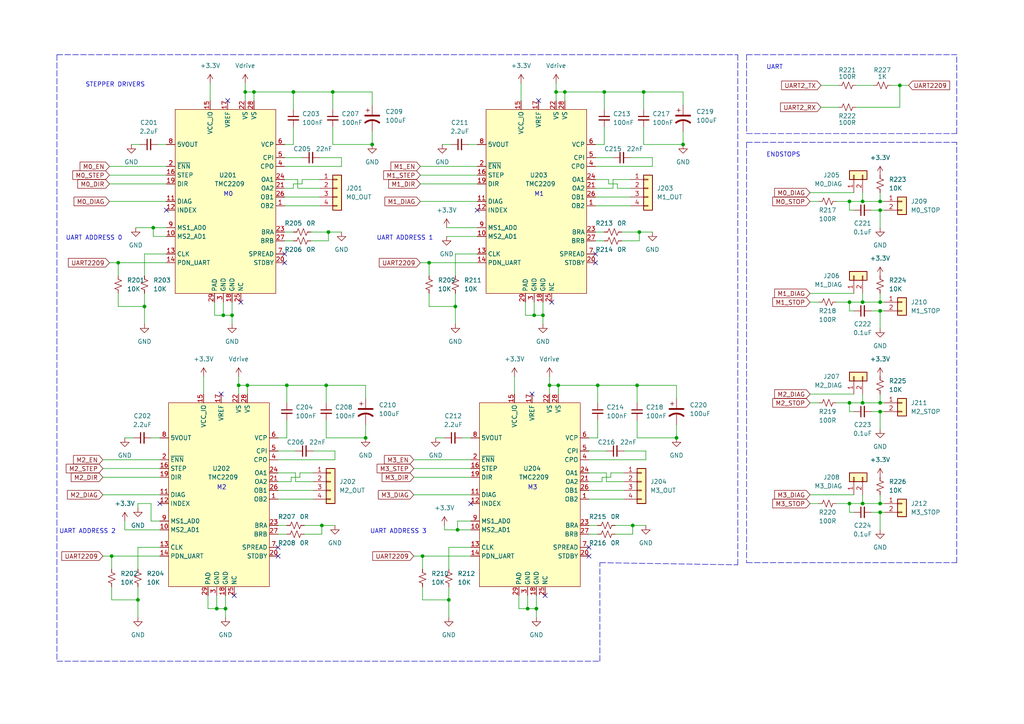
<source format=kicad_sch>
(kicad_sch (version 20211123) (generator eeschema)
  (paper "A4")
  (title_block (title "stepper driver interface") (date "2023-02-16") (rev "1.0") (company "matei repair lab"))
  (junction (at 255.27 90.17))
  (junction (at 122.555 161.29))
  (junction (at 196.215 127))
  (junction (at 159.385 111.76))
  (junction (at 132.08 88.9))
  (junction (at 71.12 26.67))
  (junction (at 161.925 111.76))
  (junction (at 132.715 153.67))
  (junction (at 260.985 24.765))
  (junction (at 246.38 58.42))
  (junction (at 154.94 91.44))
  (junction (at 173.355 111.76))
  (junction (at 184.785 111.76))
  (junction (at 40.005 173.99))
  (junction (at 183.515 152.4))
  (junction (at 198.12 41.91))
  (junction (at 255.27 58.42))
  (junction (at 155.575 176.53))
  (junction (at 64.77 91.44))
  (junction (at 186.69 26.67))
  (junction (at 65.405 176.53))
  (junction (at 185.42 67.31))
  (junction (at 32.385 161.29))
  (junction (at 163.83 26.67))
  (junction (at 250.19 116.84))
  (junction (at 106.045 127))
  (junction (at 107.95 41.91))
  (junction (at 41.91 88.9))
  (junction (at 161.29 26.67))
  (junction (at 255.27 119.38))
  (junction (at 255.27 116.84))
  (junction (at 69.215 111.76))
  (junction (at 246.38 87.63))
  (junction (at 94.615 111.76))
  (junction (at 93.345 152.4))
  (junction (at 95.25 67.31))
  (junction (at 255.27 60.96))
  (junction (at 34.29 76.2))
  (junction (at 124.46 76.2))
  (junction (at 153.035 176.53))
  (junction (at 255.27 146.05))
  (junction (at 44.45 66.04))
  (junction (at 157.48 91.44))
  (junction (at 83.185 111.76))
  (junction (at 255.27 148.59))
  (junction (at 250.19 146.05))
  (junction (at 130.175 173.99))
  (junction (at 246.38 146.05))
  (junction (at 62.865 176.53))
  (junction (at 71.755 111.76))
  (junction (at 85.09 26.67))
  (junction (at 96.52 26.67))
  (junction (at 250.19 87.63))
  (junction (at 255.27 87.63))
  (junction (at 250.19 58.42))
  (junction (at 246.38 116.84))
  (junction (at 67.31 91.44))
  (junction (at 73.66 26.67))
  (junction (at 175.26 26.67))
  (no_connect (at 158.115 172.72))
  (no_connect (at 138.43 60.96))
  (no_connect (at 160.02 87.63))
  (no_connect (at 66.04 29.21))
  (no_connect (at 172.72 73.66))
  (no_connect (at 80.645 161.29))
  (no_connect (at 80.645 158.75))
  (no_connect (at 154.305 114.3))
  (no_connect (at 67.945 172.72))
  (no_connect (at 48.26 60.96))
  (no_connect (at 170.815 161.29))
  (no_connect (at 82.55 76.2))
  (no_connect (at 46.355 146.05))
  (no_connect (at 136.525 146.05))
  (no_connect (at 172.72 76.2))
  (no_connect (at 69.85 87.63))
  (no_connect (at 170.815 158.75))
  (no_connect (at 64.135 114.3))
  (no_connect (at 82.55 73.66))
  (no_connect (at 156.21 29.21))
  (wire (pts (xy 86.36 54.61) (xy 92.71 54.61)))
  (wire (pts (xy 65.405 176.53) (xy 65.405 172.72)))
  (wire (pts (xy 69.215 109.22) (xy 69.215 111.76)))
  (wire (pts (xy 255.27 116.84) (xy 256.54 116.84)))
  (wire (pts (xy 65.405 176.53) (xy 65.405 179.07)))
  (wire (pts (xy 256.54 60.96) (xy 255.27 60.96)))
  (wire (pts (xy 170.815 142.24) (xy 180.975 142.24)))
  (wire (pts (xy 152.4 91.44) (xy 154.94 91.44)))
  (wire (pts (xy 172.72 54.61) (xy 177.8 54.61)))
  (wire (pts (xy 122.555 170.18) (xy 122.555 173.99)))
  (wire (pts (xy 96.52 26.67) (xy 96.52 31.75)))
  (wire (pts (xy 173.355 111.76) (xy 184.785 111.76)))
  (wire (pts (xy 62.23 87.63) (xy 62.23 91.44)))
  (wire (pts (xy 196.215 123.19) (xy 196.215 127)))
  (wire (pts (xy 73.66 29.21) (xy 73.66 26.67)))
  (wire (pts (xy 107.95 26.67) (xy 107.95 30.48)))
  (wire (pts (xy 48.26 73.66) (xy 41.91 73.66)))
  (wire (pts (xy 80.645 144.78) (xy 90.805 144.78)))
  (wire (pts (xy 173.355 111.76) (xy 161.925 111.76)))
  (wire (pts (xy 31.75 76.2) (xy 34.29 76.2)))
  (wire (pts (xy 180.34 67.31) (xy 185.42 67.31)))
  (wire (pts (xy 174.625 139.7) (xy 174.625 138.43)))
  (wire (pts (xy 255.27 119.38) (xy 255.27 124.46)))
  (wire (pts (xy 87.63 53.34) (xy 87.63 52.07)))
  (wire (pts (xy 39.37 66.04) (xy 44.45 66.04)))
  (wire (pts (xy 31.75 48.26) (xy 48.26 48.26)))
  (wire (pts (xy 32.385 170.18) (xy 32.385 173.99)))
  (wire (pts (xy 80.645 154.94) (xy 83.185 154.94)))
  (wire (pts (xy 248.285 24.765) (xy 253.365 24.765)))
  (polyline (pts (xy 16.51 15.875) (xy 16.51 191.77)))
  (wire (pts (xy 250.19 146.05) (xy 255.27 146.05)))
  (polyline (pts (xy 213.995 163.83) (xy 213.995 15.875)))
  (polyline (pts (xy 216.535 15.875) (xy 277.495 15.875)))
  (wire (pts (xy 31.75 53.34) (xy 48.26 53.34)))
  (wire (pts (xy 132.08 73.66) (xy 132.08 80.01)))
  (wire (pts (xy 82.55 57.15) (xy 92.71 57.15)))
  (wire (pts (xy 153.035 176.53) (xy 155.575 176.53)))
  (wire (pts (xy 83.185 111.76) (xy 94.615 111.76)))
  (wire (pts (xy 136.525 151.13) (xy 132.715 151.13)))
  (wire (pts (xy 128.905 152.4) (xy 128.905 153.67)))
  (polyline (pts (xy 277.495 163.195) (xy 277.495 41.275)))
  (wire (pts (xy 64.77 87.63) (xy 64.77 91.44)))
  (wire (pts (xy 255.27 143.51) (xy 255.27 146.05)))
  (wire (pts (xy 256.54 119.38) (xy 255.27 119.38)))
  (wire (pts (xy 86.995 137.16) (xy 90.805 137.16)))
  (wire (pts (xy 85.725 139.7) (xy 90.805 139.7)))
  (wire (pts (xy 106.045 127) (xy 94.615 127)))
  (wire (pts (xy 138.43 73.66) (xy 132.08 73.66)))
  (wire (pts (xy 180.975 130.81) (xy 187.325 130.81)))
  (wire (pts (xy 242.57 87.63) (xy 246.38 87.63)))
  (wire (pts (xy 260.985 31.115) (xy 260.985 24.765)))
  (wire (pts (xy 172.72 57.15) (xy 182.88 57.15)))
  (polyline (pts (xy 216.535 38.735) (xy 277.495 38.735)))
  (wire (pts (xy 234.95 85.09) (xy 247.65 85.09)))
  (wire (pts (xy 163.83 26.67) (xy 161.29 26.67)))
  (wire (pts (xy 170.815 144.78) (xy 180.975 144.78)))
  (wire (pts (xy 85.09 54.61) (xy 85.09 53.34)))
  (wire (pts (xy 29.845 135.89) (xy 46.355 135.89)))
  (wire (pts (xy 90.17 69.85) (xy 95.25 69.85)))
  (wire (pts (xy 97.155 130.81) (xy 97.155 133.35)))
  (wire (pts (xy 175.26 31.75) (xy 175.26 26.67)))
  (wire (pts (xy 40.005 173.99) (xy 40.005 179.07)))
  (wire (pts (xy 80.645 152.4) (xy 83.185 152.4)))
  (wire (pts (xy 234.95 114.3) (xy 247.65 114.3)))
  (polyline (pts (xy 216.535 163.195) (xy 277.495 163.195)))
  (wire (pts (xy 85.09 53.34) (xy 87.63 53.34)))
  (wire (pts (xy 85.09 26.67) (xy 96.52 26.67)))
  (wire (pts (xy 107.95 41.91) (xy 96.52 41.91)))
  (wire (pts (xy 44.45 66.04) (xy 48.26 66.04)))
  (wire (pts (xy 73.66 26.67) (xy 71.12 26.67)))
  (wire (pts (xy 43.815 146.05) (xy 40.005 146.05)))
  (wire (pts (xy 175.26 26.67) (xy 163.83 26.67)))
  (wire (pts (xy 186.69 26.67) (xy 198.12 26.67)))
  (wire (pts (xy 234.95 143.51) (xy 247.65 143.51)))
  (wire (pts (xy 80.645 142.24) (xy 90.805 142.24)))
  (wire (pts (xy 252.73 148.59) (xy 255.27 148.59)))
  (wire (pts (xy 172.72 67.31) (xy 175.26 67.31)))
  (wire (pts (xy 173.355 127) (xy 173.355 121.92)))
  (wire (pts (xy 80.645 139.7) (xy 84.455 139.7)))
  (wire (pts (xy 255.27 146.05) (xy 256.54 146.05)))
  (wire (pts (xy 157.48 91.44) (xy 157.48 87.63)))
  (wire (pts (xy 184.785 121.92) (xy 184.785 127)))
  (wire (pts (xy 175.895 139.7) (xy 180.975 139.7)))
  (wire (pts (xy 82.55 52.07) (xy 86.36 52.07)))
  (wire (pts (xy 84.455 138.43) (xy 86.995 138.43)))
  (wire (pts (xy 121.92 53.34) (xy 138.43 53.34)))
  (wire (pts (xy 130.175 158.75) (xy 130.175 165.1)))
  (wire (pts (xy 43.815 151.13) (xy 43.815 146.05)))
  (wire (pts (xy 183.515 152.4) (xy 187.325 152.4)))
  (wire (pts (xy 246.38 90.17) (xy 246.38 87.63)))
  (wire (pts (xy 175.895 137.16) (xy 175.895 139.7)))
  (wire (pts (xy 94.615 121.92) (xy 94.615 127)))
  (wire (pts (xy 256.54 148.59) (xy 255.27 148.59)))
  (wire (pts (xy 159.385 109.22) (xy 159.385 111.76)))
  (wire (pts (xy 106.045 111.76) (xy 106.045 115.57)))
  (wire (pts (xy 46.355 151.13) (xy 43.815 151.13)))
  (wire (pts (xy 247.65 148.59) (xy 246.38 148.59)))
  (wire (pts (xy 86.995 138.43) (xy 86.995 137.16)))
  (wire (pts (xy 129.54 68.58) (xy 138.43 68.58)))
  (wire (pts (xy 97.155 133.35) (xy 80.645 133.35)))
  (polyline (pts (xy 16.51 15.875) (xy 213.995 15.875)))
  (wire (pts (xy 172.72 52.07) (xy 176.53 52.07)))
  (wire (pts (xy 163.83 29.21) (xy 163.83 26.67)))
  (wire (pts (xy 71.12 26.67) (xy 71.12 29.21)))
  (wire (pts (xy 198.12 26.67) (xy 198.12 30.48)))
  (wire (pts (xy 120.015 133.35) (xy 136.525 133.35)))
  (wire (pts (xy 92.71 45.72) (xy 99.06 45.72)))
  (polyline (pts (xy 16.51 191.77) (xy 173.99 191.77)))
  (wire (pts (xy 246.38 146.05) (xy 250.19 146.05)))
  (wire (pts (xy 41.91 88.9) (xy 41.91 93.98)))
  (wire (pts (xy 246.38 148.59) (xy 246.38 146.05)))
  (polyline (pts (xy 173.99 163.195) (xy 213.995 163.83)))
  (wire (pts (xy 132.715 151.13) (xy 132.715 153.67)))
  (wire (pts (xy 69.215 111.76) (xy 69.215 114.3)))
  (wire (pts (xy 132.715 153.67) (xy 136.525 153.67)))
  (wire (pts (xy 36.195 153.67) (xy 46.355 153.67)))
  (wire (pts (xy 121.92 58.42) (xy 138.43 58.42)))
  (wire (pts (xy 151.13 24.13) (xy 151.13 29.21)))
  (wire (pts (xy 86.36 52.07) (xy 86.36 54.61)))
  (wire (pts (xy 250.19 143.51) (xy 250.19 146.05)))
  (wire (pts (xy 38.1 41.91) (xy 40.64 41.91)))
  (wire (pts (xy 170.815 152.4) (xy 173.355 152.4)))
  (wire (pts (xy 252.73 90.17) (xy 255.27 90.17)))
  (wire (pts (xy 184.785 111.76) (xy 196.215 111.76)))
  (wire (pts (xy 184.785 111.76) (xy 184.785 116.84)))
  (wire (pts (xy 252.73 60.96) (xy 255.27 60.96)))
  (wire (pts (xy 170.815 130.81) (xy 175.895 130.81)))
  (wire (pts (xy 67.31 91.44) (xy 67.31 87.63)))
  (wire (pts (xy 106.045 123.19) (xy 106.045 127)))
  (wire (pts (xy 183.515 154.94) (xy 183.515 152.4)))
  (wire (pts (xy 83.185 116.84) (xy 83.185 111.76)))
  (wire (pts (xy 255.27 90.17) (xy 255.27 95.25)))
  (wire (pts (xy 187.325 130.81) (xy 187.325 133.35)))
  (wire (pts (xy 130.175 173.99) (xy 130.175 179.07)))
  (wire (pts (xy 46.355 158.75) (xy 40.005 158.75)))
  (wire (pts (xy 185.42 69.85) (xy 185.42 67.31)))
  (wire (pts (xy 255.27 60.96) (xy 255.27 66.04)))
  (wire (pts (xy 62.23 91.44) (xy 64.77 91.44)))
  (wire (pts (xy 255.27 58.42) (xy 256.54 58.42)))
  (wire (pts (xy 95.25 69.85) (xy 95.25 67.31)))
  (wire (pts (xy 161.29 26.67) (xy 161.29 29.21)))
  (wire (pts (xy 60.325 176.53) (xy 62.865 176.53)))
  (wire (pts (xy 255.27 87.63) (xy 256.54 87.63)))
  (wire (pts (xy 242.57 58.42) (xy 246.38 58.42)))
  (wire (pts (xy 120.015 138.43) (xy 136.525 138.43)))
  (wire (pts (xy 124.46 85.09) (xy 124.46 88.9)))
  (wire (pts (xy 189.23 48.26) (xy 172.72 48.26)))
  (wire (pts (xy 170.815 137.16) (xy 175.895 137.16)))
  (wire (pts (xy 177.165 138.43) (xy 177.165 137.16)))
  (wire (pts (xy 36.195 127) (xy 38.735 127)))
  (wire (pts (xy 93.345 154.94) (xy 93.345 152.4)))
  (wire (pts (xy 172.72 41.91) (xy 175.26 41.91)))
  (wire (pts (xy 250.19 85.09) (xy 250.19 87.63)))
  (wire (pts (xy 64.77 91.44) (xy 67.31 91.44)))
  (polyline (pts (xy 277.495 38.735) (xy 277.495 15.875)))
  (wire (pts (xy 128.27 41.91) (xy 130.81 41.91)))
  (wire (pts (xy 62.865 176.53) (xy 65.405 176.53)))
  (wire (pts (xy 133.985 127) (xy 136.525 127)))
  (wire (pts (xy 178.435 152.4) (xy 183.515 152.4)))
  (wire (pts (xy 196.215 111.76) (xy 196.215 115.57)))
  (wire (pts (xy 29.845 161.29) (xy 32.385 161.29)))
  (wire (pts (xy 82.55 41.91) (xy 85.09 41.91)))
  (wire (pts (xy 29.845 138.43) (xy 46.355 138.43)))
  (wire (pts (xy 121.92 76.2) (xy 124.46 76.2)))
  (wire (pts (xy 95.25 67.31) (xy 99.06 67.31)))
  (wire (pts (xy 246.38 87.63) (xy 250.19 87.63)))
  (wire (pts (xy 182.88 45.72) (xy 189.23 45.72)))
  (wire (pts (xy 189.23 45.72) (xy 189.23 48.26)))
  (wire (pts (xy 132.08 85.09) (xy 132.08 88.9)))
  (wire (pts (xy 242.57 116.84) (xy 246.38 116.84)))
  (wire (pts (xy 80.645 130.81) (xy 85.725 130.81)))
  (wire (pts (xy 82.55 54.61) (xy 85.09 54.61)))
  (wire (pts (xy 60.96 24.13) (xy 60.96 29.21)))
  (wire (pts (xy 124.46 88.9) (xy 132.08 88.9)))
  (wire (pts (xy 255.27 55.88) (xy 255.27 58.42)))
  (wire (pts (xy 198.12 38.1) (xy 198.12 41.91)))
  (wire (pts (xy 246.38 60.96) (xy 246.38 58.42)))
  (wire (pts (xy 84.455 139.7) (xy 84.455 138.43)))
  (wire (pts (xy 178.435 154.94) (xy 183.515 154.94)))
  (wire (pts (xy 155.575 176.53) (xy 155.575 172.72)))
  (wire (pts (xy 32.385 173.99) (xy 40.005 173.99)))
  (wire (pts (xy 99.06 45.72) (xy 99.06 48.26)))
  (wire (pts (xy 175.26 26.67) (xy 186.69 26.67)))
  (wire (pts (xy 176.53 52.07) (xy 176.53 53.34)))
  (wire (pts (xy 34.29 88.9) (xy 41.91 88.9)))
  (wire (pts (xy 252.73 119.38) (xy 255.27 119.38)))
  (wire (pts (xy 234.95 87.63) (xy 237.49 87.63)))
  (wire (pts (xy 180.34 69.85) (xy 185.42 69.85)))
  (wire (pts (xy 129.54 66.04) (xy 138.43 66.04)))
  (wire (pts (xy 87.63 52.07) (xy 92.71 52.07)))
  (wire (pts (xy 41.91 73.66) (xy 41.91 80.01)))
  (wire (pts (xy 172.72 59.69) (xy 182.88 59.69)))
  (wire (pts (xy 83.185 111.76) (xy 71.755 111.76)))
  (wire (pts (xy 85.09 41.91) (xy 85.09 36.83)))
  (wire (pts (xy 132.715 153.67) (xy 128.905 153.67)))
  (wire (pts (xy 175.26 41.91) (xy 175.26 36.83)))
  (wire (pts (xy 29.845 143.51) (xy 46.355 143.51)))
  (wire (pts (xy 85.725 137.16) (xy 85.725 139.7)))
  (polyline (pts (xy 216.535 41.275) (xy 216.535 163.195)))
  (wire (pts (xy 80.645 127) (xy 83.185 127)))
  (wire (pts (xy 36.195 151.13) (xy 36.195 153.67)))
  (wire (pts (xy 186.69 36.83) (xy 186.69 41.91)))
  (wire (pts (xy 161.925 114.3) (xy 161.925 111.76)))
  (wire (pts (xy 85.09 31.75) (xy 85.09 26.67)))
  (wire (pts (xy 120.015 135.89) (xy 136.525 135.89)))
  (wire (pts (xy 247.65 60.96) (xy 246.38 60.96)))
  (wire (pts (xy 121.92 48.26) (xy 138.43 48.26)))
  (wire (pts (xy 255.27 148.59) (xy 255.27 153.67)))
  (wire (pts (xy 99.06 48.26) (xy 82.55 48.26)))
  (wire (pts (xy 40.005 146.05) (xy 40.005 147.32)))
  (wire (pts (xy 161.925 111.76) (xy 159.385 111.76)))
  (wire (pts (xy 71.12 24.13) (xy 71.12 26.67)))
  (wire (pts (xy 29.845 133.35) (xy 46.355 133.35)))
  (wire (pts (xy 126.365 127) (xy 128.905 127)))
  (wire (pts (xy 90.17 67.31) (xy 95.25 67.31)))
  (wire (pts (xy 31.75 50.8) (xy 48.26 50.8)))
  (wire (pts (xy 83.185 127) (xy 83.185 121.92)))
  (wire (pts (xy 34.29 76.2) (xy 48.26 76.2)))
  (wire (pts (xy 93.345 152.4) (xy 97.155 152.4)))
  (wire (pts (xy 234.95 58.42) (xy 237.49 58.42)))
  (wire (pts (xy 94.615 111.76) (xy 106.045 111.76)))
  (wire (pts (xy 135.89 41.91) (xy 138.43 41.91)))
  (wire (pts (xy 62.865 172.72) (xy 62.865 176.53)))
  (wire (pts (xy 250.19 58.42) (xy 255.27 58.42)))
  (wire (pts (xy 122.555 161.29) (xy 122.555 165.1)))
  (wire (pts (xy 85.09 26.67) (xy 73.66 26.67)))
  (wire (pts (xy 149.225 109.22) (xy 149.225 114.3)))
  (wire (pts (xy 196.215 127) (xy 184.785 127)))
  (wire (pts (xy 155.575 176.53) (xy 155.575 179.07)))
  (wire (pts (xy 177.8 52.07) (xy 182.88 52.07)))
  (wire (pts (xy 172.72 45.72) (xy 177.8 45.72)))
  (wire (pts (xy 121.92 50.8) (xy 138.43 50.8)))
  (wire (pts (xy 187.325 133.35) (xy 170.815 133.35)))
  (polyline (pts (xy 216.535 41.275) (xy 277.495 41.275)))
  (wire (pts (xy 250.19 87.63) (xy 255.27 87.63)))
  (wire (pts (xy 132.08 88.9) (xy 132.08 93.98)))
  (wire (pts (xy 96.52 36.83) (xy 96.52 41.91)))
  (wire (pts (xy 71.755 114.3) (xy 71.755 111.76)))
  (wire (pts (xy 82.55 59.69) (xy 92.71 59.69)))
  (wire (pts (xy 44.45 68.58) (xy 44.45 66.04)))
  (wire (pts (xy 260.985 24.765) (xy 263.525 24.765)))
  (wire (pts (xy 32.385 161.29) (xy 46.355 161.29)))
  (wire (pts (xy 234.95 55.88) (xy 247.65 55.88)))
  (wire (pts (xy 43.815 127) (xy 46.355 127)))
  (wire (pts (xy 32.385 161.29) (xy 32.385 165.1)))
  (wire (pts (xy 150.495 176.53) (xy 153.035 176.53)))
  (wire (pts (xy 186.69 26.67) (xy 186.69 31.75)))
  (wire (pts (xy 179.07 54.61) (xy 182.88 54.61)))
  (wire (pts (xy 234.95 146.05) (xy 237.49 146.05)))
  (wire (pts (xy 82.55 69.85) (xy 85.09 69.85)))
  (wire (pts (xy 234.95 116.84) (xy 237.49 116.84)))
  (wire (pts (xy 157.48 91.44) (xy 157.48 93.98)))
  (wire (pts (xy 250.19 114.3) (xy 250.19 116.84)))
  (wire (pts (xy 94.615 111.76) (xy 94.615 116.84)))
  (wire (pts (xy 238.125 31.115) (xy 243.205 31.115)))
  (wire (pts (xy 170.815 154.94) (xy 173.355 154.94)))
  (wire (pts (xy 154.94 87.63) (xy 154.94 91.44)))
  (wire (pts (xy 256.54 90.17) (xy 255.27 90.17)))
  (wire (pts (xy 153.035 172.72) (xy 153.035 176.53)))
  (wire (pts (xy 40.005 170.18) (xy 40.005 173.99)))
  (wire (pts (xy 170.815 127) (xy 173.355 127)))
  (wire (pts (xy 250.19 55.88) (xy 250.19 58.42)))
  (wire (pts (xy 124.46 76.2) (xy 138.43 76.2)))
  (wire (pts (xy 247.65 119.38) (xy 246.38 119.38)))
  (wire (pts (xy 173.355 116.84) (xy 173.355 111.76)))
  (polyline (pts (xy 216.535 15.875) (xy 216.535 38.735)))
  (wire (pts (xy 48.26 68.58) (xy 44.45 68.58)))
  (wire (pts (xy 45.72 41.91) (xy 48.26 41.91)))
  (wire (pts (xy 238.125 24.765) (xy 243.205 24.765)))
  (wire (pts (xy 177.8 54.61) (xy 177.8 52.07)))
  (wire (pts (xy 255.27 85.09) (xy 255.27 87.63)))
  (wire (pts (xy 185.42 67.31) (xy 189.23 67.31)))
  (wire (pts (xy 120.015 161.29) (xy 122.555 161.29)))
  (wire (pts (xy 88.265 154.94) (xy 93.345 154.94)))
  (wire (pts (xy 80.645 137.16) (xy 85.725 137.16)))
  (wire (pts (xy 159.385 111.76) (xy 159.385 114.3)))
  (wire (pts (xy 122.555 161.29) (xy 136.525 161.29)))
  (wire (pts (xy 67.31 91.44) (xy 67.31 93.98)))
  (wire (pts (xy 170.815 139.7) (xy 174.625 139.7)))
  (wire (pts (xy 174.625 138.43) (xy 177.165 138.43)))
  (wire (pts (xy 71.755 111.76) (xy 69.215 111.76)))
  (wire (pts (xy 247.65 90.17) (xy 246.38 90.17)))
  (wire (pts (xy 179.07 53.34) (xy 179.07 54.61)))
  (wire (pts (xy 152.4 87.63) (xy 152.4 91.44)))
  (wire (pts (xy 82.55 45.72) (xy 87.63 45.72)))
  (wire (pts (xy 255.27 114.3) (xy 255.27 116.84)))
  (wire (pts (xy 246.38 119.38) (xy 246.38 116.84)))
  (wire (pts (xy 198.12 41.91) (xy 186.69 41.91)))
  (wire (pts (xy 242.57 146.05) (xy 246.38 146.05)))
  (wire (pts (xy 82.55 67.31) (xy 85.09 67.31)))
  (wire (pts (xy 122.555 173.99) (xy 130.175 173.99)))
  (wire (pts (xy 34.29 85.09) (xy 34.29 88.9)))
  (wire (pts (xy 246.38 58.42) (xy 250.19 58.42)))
  (wire (pts (xy 120.015 143.51) (xy 136.525 143.51)))
  (wire (pts (xy 107.95 38.1) (xy 107.95 41.91)))
  (wire (pts (xy 250.19 116.84) (xy 255.27 116.84)))
  (wire (pts (xy 31.75 58.42) (xy 48.26 58.42)))
  (wire (pts (xy 172.72 69.85) (xy 175.26 69.85)))
  (wire (pts (xy 154.94 91.44) (xy 157.48 91.44)))
  (wire (pts (xy 41.91 85.09) (xy 41.91 88.9)))
  (wire (pts (xy 246.38 116.84) (xy 250.19 116.84)))
  (wire (pts (xy 34.29 76.2) (xy 34.29 80.01)))
  (wire (pts (xy 40.005 158.75) (xy 40.005 165.1)))
  (wire (pts (xy 60.325 172.72) (xy 60.325 176.53)))
  (wire (pts (xy 88.265 152.4) (xy 93.345 152.4)))
  (wire (pts (xy 124.46 76.2) (xy 124.46 80.01)))
  (wire (pts (xy 96.52 26.67) (xy 107.95 26.67)))
  (polyline (pts (xy 173.99 191.77) (xy 173.99 163.195)))
  (wire (pts (xy 130.175 170.18) (xy 130.175 173.99)))
  (wire (pts (xy 248.285 31.115) (xy 260.985 31.115)))
  (wire (pts (xy 161.29 24.13) (xy 161.29 26.67)))
  (wire (pts (xy 177.165 137.16) (xy 180.975 137.16)))
  (wire (pts (xy 136.525 158.75) (xy 130.175 158.75)))
  (wire (pts (xy 90.805 130.81) (xy 97.155 130.81)))
  (wire (pts (xy 150.495 172.72) (xy 150.495 176.53)))
  (wire (pts (xy 176.53 53.34) (xy 179.07 53.34)))
  (wire (pts (xy 59.055 109.22) (xy 59.055 114.3)))
  (wire (pts (xy 258.445 24.765) (xy 260.985 24.765)))
  (text "M2" (at 62.865 142.24 0) (effects (font (size 1.27 1.27)) (justify left bottom)))
  (text "UART ADDRESS 1\n" (at 109.22 69.85 0) (effects (font (size 1.27 1.27)) (justify left bottom)))
  (text "UART" (at 222.25 20.32 0) (effects (font (size 1.27 1.27)) (justify left bottom)))
  (text "UART ADDRESS 0" (at 19.05 69.85 0) (effects (font (size 1.27 1.27)) (justify left bottom)))
  (text "UART ADDRESS 3" (at 107.315 154.94 0) (effects (font (size 1.27 1.27)) (justify left bottom)))
  (text "UART ADDRESS 2\n" (at 17.145 154.94 0) (effects (font (size 1.27 1.27)) (justify left bottom)))
  (text "M3" (at 153.035 142.24 0) (effects (font (size 1.27 1.27)) (justify left bottom)))
  (text "ENDSTOPS" (at 222.25 45.72 0) (effects (font (size 1.27 1.27)) (justify left bottom)))
  (text "M0" (at 64.77 57.15 0) (effects (font (size 1.27 1.27)) (justify left bottom)))
  (text "M1" (at 154.94 57.15 0) (effects (font (size 1.27 1.27)) (justify left bottom)))
  (text "STEPPER DRIVERS" (at 24.765 25.4 0) (effects (font (size 1.27 1.27)) (justify left bottom)))
  (global_label "M1_DIAG" (shape input) (at 234.95 85.09 180) (property "Intersheet References" "${INTERSHEET_REFS}" (effects hide)))
  (global_label "M3_STOP" (shape input) (at 234.95 146.05 180) (property "Intersheet References" "${INTERSHEET_REFS}" (effects hide)))
  (global_label "M3_DIR" (shape input) (at 120.015 138.43 180) (property "Intersheet References" "${INTERSHEET_REFS}" (effects hide)))
  (global_label "UART2_TX" (shape input) (at 238.125 24.765 180) (property "Intersheet References" "${INTERSHEET_REFS}" (effects hide)))
  (global_label "UART2209" (shape input) (at 263.525 24.765 0) (property "Intersheet References" "${INTERSHEET_REFS}" (effects hide)))
  (global_label "M0_STOP" (shape input) (at 234.95 58.42 180) (property "Intersheet References" "${INTERSHEET_REFS}" (effects hide)))
  (global_label "M1_STOP" (shape input) (at 234.95 87.63 180) (property "Intersheet References" "${INTERSHEET_REFS}" (effects hide)))
  (global_label "M2_EN" (shape input) (at 29.845 133.35 180) (property "Intersheet References" "${INTERSHEET_REFS}" (effects hide)))
  (global_label "M2_STOP" (shape input) (at 234.95 116.84 180) (property "Intersheet References" "${INTERSHEET_REFS}" (effects hide)))
  (global_label "M0_DIAG" (shape input) (at 234.95 55.88 180) (property "Intersheet References" "${INTERSHEET_REFS}" (effects hide)))
  (global_label "M3_STEP" (shape input) (at 120.015 135.89 180) (property "Intersheet References" "${INTERSHEET_REFS}" (effects hide)))
  (global_label "M1_DIR" (shape input) (at 121.92 53.34 180) (property "Intersheet References" "${INTERSHEET_REFS}" (effects hide)))
  (global_label "M3_EN" (shape input) (at 120.015 133.35 180) (property "Intersheet References" "${INTERSHEET_REFS}" (effects hide)))
  (global_label "UART2_RX" (shape input) (at 238.125 31.115 180) (property "Intersheet References" "${INTERSHEET_REFS}" (effects hide)))
  (global_label "M1_EN" (shape input) (at 121.92 48.26 180) (property "Intersheet References" "${INTERSHEET_REFS}" (effects hide)))
  (global_label "UART2209" (shape input) (at 31.75 76.2 180) (property "Intersheet References" "${INTERSHEET_REFS}" (effects hide)))
  (global_label "M0_DIAG" (shape input) (at 31.75 58.42 180) (property "Intersheet References" "${INTERSHEET_REFS}" (effects hide)))
  (global_label "M3_DIAG" (shape input) (at 120.015 143.51 180) (property "Intersheet References" "${INTERSHEET_REFS}" (effects hide)))
  (global_label "M2_STEP" (shape input) (at 29.845 135.89 180) (property "Intersheet References" "${INTERSHEET_REFS}" (effects hide)))
  (global_label "UART2209" (shape input) (at 29.845 161.29 180) (property "Intersheet References" "${INTERSHEET_REFS}" (effects hide)))
  (global_label "M2_DIR" (shape input) (at 29.845 138.43 180) (property "Intersheet References" "${INTERSHEET_REFS}" (effects hide)))
  (global_label "M0_DIR" (shape input) (at 31.75 53.34 180) (property "Intersheet References" "${INTERSHEET_REFS}" (effects hide)))
  (global_label "M2_DIAG" (shape input) (at 29.845 143.51 180) (property "Intersheet References" "${INTERSHEET_REFS}" (effects hide)))
  (global_label "M1_DIAG" (shape input) (at 121.92 58.42 180) (property "Intersheet References" "${INTERSHEET_REFS}" (effects hide)))
  (global_label "M0_STEP" (shape input) (at 31.75 50.8 180) (property "Intersheet References" "${INTERSHEET_REFS}" (effects hide)))
  (global_label "M0_EN" (shape input) (at 31.75 48.26 180) (property "Intersheet References" "${INTERSHEET_REFS}" (effects hide)))
  (global_label "M3_DIAG" (shape input) (at 234.95 143.51 180) (property "Intersheet References" "${INTERSHEET_REFS}" (effects hide)))
  (global_label "UART2209" (shape input) (at 121.92 76.2 180) (property "Intersheet References" "${INTERSHEET_REFS}" (effects hide)))
  (global_label "M1_STEP" (shape input) (at 121.92 50.8 180) (property "Intersheet References" "${INTERSHEET_REFS}" (effects hide)))
  (global_label "UART2209" (shape input) (at 120.015 161.29 180) (property "Intersheet References" "${INTERSHEET_REFS}" (effects hide)))
  (global_label "M2_DIAG" (shape input) (at 234.95 114.3 180) (property "Intersheet References" "${INTERSHEET_REFS}" (effects hide)))
  (symbol (lib_id "power:GND") (at 38.1 41.91 0) (unit 1)
    (property "Reference" "#PWR0201" (effects hide))
    (property "Value" "GND" (at 38.1 46.99 0))
  )
  (symbol (lib_name "TMC2209_3") (lib_id "matei:TMC2209") (at 67.31 52.07 0) (unit 1)
    (property "Reference" "U201" (at 63.5 50.8 0) (effects (justify left)))
    (property "Value" "TMC2209" (at 62.23 53.34 0) (effects (justify left)))
    (property "Footprint" "Package_DFN_QFN:QFN-28-1EP_5x5mm_P0.5mm_EP3.75x3.75mm" (effects hide))
  )
  (symbol (lib_id "power:+3.3V") (at 129.54 66.04 0) (unit 1)
    (property "Reference" "#PWR0218" (effects hide))
    (property "Value" "+3.3V" (at 129.54 60.96 0))
  )
  (symbol (lib_id "power:GND") (at 128.27 41.91 0) (unit 1)
    (property "Reference" "#PWR0216" (effects hide))
    (property "Value" "GND" (at 128.27 46.99 0))
  )
  (symbol (lib_id "power:GND") (at 255.27 153.67 0) (unit 1)
    (property "Reference" "#PWR0238" (effects hide))
    (property "Value" "GND" (at 255.27 158.75 0))
  )
  (symbol (lib_id "Device:R_Small_US") (at 255.27 140.97 0) (unit 1)
    (property "Reference" "R226" (at 257.81 139.6999 0) (effects (justify left)))
    (property "Value" "10K" (at 257.81 142.2399 0) (effects (justify left)))
    (property "Footprint" "Resistor_SMD:R_0603_1608Metric" (effects hide))
  )
  (symbol (lib_id "Device:C_Small") (at 184.785 119.38 0) (unit 1)
    (property "Reference" "C218" (at 187.325 118.1162 0) (effects (justify left)))
    (property "Value" "100nF" (at 187.325 120.6562 0) (effects (justify left)))
    (property "Footprint" "Capacitor_SMD:C_0603_1608Metric" (effects hide))
  )
  (symbol (lib_id "power:GND") (at 40.005 179.07 0) (unit 1)
    (property "Reference" "#PWR0207" (effects hide))
    (property "Value" "GND" (at 40.005 184.15 0))
  )
  (symbol (lib_id "Device:R_Small_US") (at 177.8 67.31 90) (unit 1)
    (property "Reference" "R213" (at 175.26 64.77 90))
    (property "Value" "0R" (at 180.34 64.77 90))
    (property "Footprint" "Resistor_SMD:R_0603_1608Metric" (effects hide))
  )
  (symbol (lib_id "Device:C_Small") (at 41.275 127 90) (unit 1)
    (property "Reference" "C202" (at 41.2813 120.65 90))
    (property "Value" "2.2uF" (at 41.2813 123.19 90))
    (property "Footprint" "Capacitor_SMD:C_0603_1608Metric" (effects hide))
  )
  (symbol (lib_id "power:GND") (at 41.91 93.98 0) (unit 1)
    (property "Reference" "#PWR0205" (effects hide))
    (property "Value" "GND" (at 41.91 99.06 0))
  )
  (symbol (lib_id "Device:R_Small_US") (at 240.03 87.63 270) (unit 1)
    (property "Reference" "R218" (at 240.03 90.17 90))
    (property "Value" "100R" (at 240.03 92.71 90))
    (property "Footprint" "Resistor_SMD:R_0603_1608Metric" (effects hide))
  )
  (symbol (lib_id "power:GND") (at 255.27 95.25 0) (unit 1)
    (property "Reference" "#PWR0234" (effects hide))
    (property "Value" "GND" (at 255.27 100.33 0))
  )
  (symbol (lib_id "power:GND") (at 39.37 66.04 0) (unit 1)
    (property "Reference" "#PWR0204" (effects hide))
    (property "Value" "GND" (at 39.37 71.12 0))
  )
  (symbol (lib_id "Device:R_Small_US") (at 34.29 82.55 0) (unit 1)
    (property "Reference" "R201" (at 36.83 81.2799 0) (effects (justify left)))
    (property "Value" "10K" (at 36.83 83.8199 0) (effects (justify left)))
    (property "Footprint" "Resistor_SMD:R_0603_1608Metric" (effects hide))
  )
  (symbol (lib_id "Device:C_Polarized_US") (at 196.215 119.38 0) (unit 1)
    (property "Reference" "C220" (at 200.025 117.4749 0) (effects (justify left)))
    (property "Value" "100uF" (at 200.025 120.0149 0) (effects (justify left)))
    (property "Footprint" "Capacitor_SMD:CP_Elec_6.3x3.9" (effects hide))
  )
  (symbol (lib_id "Connector_Generic:Conn_01x02") (at 261.62 58.42 0) (unit 1)
    (property "Reference" "J209" (at 264.16 58.4199 0) (effects (justify left)))
    (property "Value" "M0_STOP" (at 264.16 60.9599 0) (effects (justify left)))
    (property "Footprint" "Connector_JST:JST_XH_B2B-XH-A_1x02_P2.50mm_Vertical" (effects hide))
  )
  (symbol (lib_id "power:GND") (at 130.175 179.07 0) (unit 1)
    (property "Reference" "#PWR0222" (effects hide))
    (property "Value" "GND" (at 130.175 184.15 0))
  )
  (symbol (lib_id "Device:R_Small_US") (at 87.63 67.31 90) (unit 1)
    (property "Reference" "R205" (at 85.09 64.77 90))
    (property "Value" "0R" (at 90.17 64.77 90))
    (property "Footprint" "Resistor_SMD:R_0603_1608Metric" (effects hide))
  )
  (symbol (lib_id "power:GND") (at 255.27 124.46 0) (unit 1)
    (property "Reference" "#PWR0236" (effects hide))
    (property "Value" "GND" (at 255.27 129.54 0))
  )
  (symbol (lib_id "Device:C_Small") (at 131.445 127 90) (unit 1)
    (property "Reference" "C212" (at 131.4513 120.65 90))
    (property "Value" "2.2uF" (at 131.4513 123.19 90))
    (property "Footprint" "Capacitor_SMD:C_0603_1608Metric" (effects hide))
  )
  (symbol (lib_id "Connector_Generic:Conn_01x02") (at 261.62 146.05 0) (unit 1)
    (property "Reference" "J212" (at 264.16 146.0499 0) (effects (justify left)))
    (property "Value" "M3_STOP" (at 264.16 148.5899 0) (effects (justify left)))
    (property "Footprint" "Connector_JST:JST_XH_B2B-XH-A_1x02_P2.50mm_Vertical" (effects hide))
  )
  (symbol (lib_name "TMC2209_2") (lib_id "matei:TMC2209") (at 65.405 137.16 0) (unit 1)
    (property "Reference" "U202" (at 61.595 135.89 0) (effects (justify left)))
    (property "Value" "TMC2209" (at 60.325 138.43 0) (effects (justify left)))
    (property "Footprint" "Package_DFN_QFN:QFN-28-1EP_5x5mm_P0.5mm_EP3.75x3.75mm" (effects hide))
  )
  (symbol (lib_id "Device:R_Small_US") (at 124.46 82.55 0) (unit 1)
    (property "Reference" "R209" (at 127 81.2799 0) (effects (justify left)))
    (property "Value" "10K" (at 127 83.8199 0) (effects (justify left)))
    (property "Footprint" "Resistor_SMD:R_0603_1608Metric" (effects hide))
  )
  (symbol (lib_id "Connector_Generic:Conn_01x04") (at 187.96 54.61 0) (unit 1)
    (property "Reference" "J203" (at 190.5 54.6099 0) (effects (justify left)))
    (property "Value" "M1_OUT" (at 190.5 57.1499 0) (effects (justify left)))
    (property "Footprint" "Connector_JST:JST_XH_B4B-XH-A_1x04_P2.50mm_Vertical" (effects hide))
  )
  (symbol (lib_id "power:Vdrive") (at 159.385 109.22 0) (unit 1)
    (property "Reference" "#PWR0228" (effects hide))
    (property "Value" "Vdrive" (at 159.385 104.14 0))
  )
  (symbol (lib_id "power:GND") (at 189.23 67.31 0) (unit 1)
    (property "Reference" "#PWR0229" (effects hide))
    (property "Value" "GND" (at 189.23 72.39 0))
  )
  (symbol (lib_id "Device:C_Small") (at 250.19 90.17 90) (mirror x) (unit 1)
    (property "Reference" "C222" (at 250.19 93.98 90))
    (property "Value" "0.1uF" (at 250.19 96.52 90))
    (property "Footprint" "Capacitor_SMD:C_0603_1608Metric" (effects hide))
  )
  (symbol (lib_id "power:GND") (at 132.08 93.98 0) (unit 1)
    (property "Reference" "#PWR0221" (effects hide))
    (property "Value" "GND" (at 132.08 99.06 0))
  )
  (symbol (lib_id "Device:R_Small_US") (at 255.27 111.76 0) (unit 1)
    (property "Reference" "R225" (at 257.81 110.4899 0) (effects (justify left)))
    (property "Value" "10K" (at 257.81 113.0299 0) (effects (justify left)))
    (property "Footprint" "Resistor_SMD:R_0603_1608Metric" (effects hide))
  )
  (symbol (lib_id "power:+3.3V") (at 36.195 151.13 0) (unit 1)
    (property "Reference" "#PWR0203" (effects hide))
    (property "Value" "+3.3V" (at 36.195 146.05 0))
  )
  (symbol (lib_id "Connector_Generic:Conn_01x02") (at 247.65 138.43 90) (unit 1)
    (property "Reference" "J208" (at 238.76 138.43 90) (effects (justify right)))
    (property "Value" "M3_DIAG" (at 236.22 140.97 90) (effects (justify right)))
    (property "Footprint" "Connector_PinHeader_2.54mm:PinHeader_1x02_P2.54mm_Vertical" (effects hide))
  )
  (symbol (lib_id "Connector_Generic:Conn_01x02") (at 261.62 87.63 0) (unit 1)
    (property "Reference" "J210" (at 264.16 87.6299 0) (effects (justify left)))
    (property "Value" "M1_STOP" (at 264.16 90.1699 0) (effects (justify left)))
    (property "Footprint" "Connector_JST:JST_XH_B2B-XH-A_1x02_P2.50mm_Vertical" (effects hide))
  )
  (symbol (lib_id "matei:TMC2209") (at 157.48 52.07 0) (unit 1)
    (property "Reference" "U203" (at 153.67 50.8 0) (effects (justify left)))
    (property "Value" "TMC2209" (at 152.4 53.34 0) (effects (justify left)))
    (property "Footprint" "Package_DFN_QFN:QFN-28-1EP_5x5mm_P0.5mm_EP3.75x3.75mm" (effects hide))
  )
  (symbol (lib_id "Device:R_Small_US") (at 240.03 146.05 270) (unit 1)
    (property "Reference" "R220" (at 240.03 148.59 90))
    (property "Value" "100R" (at 240.03 151.13 90))
    (property "Footprint" "Resistor_SMD:R_0603_1608Metric" (effects hide))
  )
  (symbol (lib_id "Device:C_Small") (at 175.26 34.29 0) (unit 1)
    (property "Reference" "C213" (at 177.8 33.0262 0) (effects (justify left)))
    (property "Value" "100nF" (at 177.8 35.5662 0) (effects (justify left)))
    (property "Footprint" "Capacitor_SMD:C_0603_1608Metric" (effects hide))
  )
  (symbol (lib_id "Device:C_Small") (at 96.52 34.29 0) (unit 1)
    (property "Reference" "C207" (at 99.06 33.0262 0) (effects (justify left)))
    (property "Value" "100nF" (at 99.06 35.5662 0) (effects (justify left)))
    (property "Footprint" "Capacitor_SMD:C_0603_1608Metric" (effects hide))
  )
  (symbol (lib_id "Connector_Generic:Conn_01x02") (at 247.65 109.22 90) (unit 1)
    (property "Reference" "J207" (at 238.76 109.22 90) (effects (justify right)))
    (property "Value" "M2_DIAG" (at 236.22 111.76 90) (effects (justify right)))
    (property "Footprint" "Connector_PinHeader_2.54mm:PinHeader_1x02_P2.54mm_Vertical" (effects hide))
  )
  (symbol (lib_id "Device:R_Small_US") (at 87.63 69.85 270) (unit 1)
    (property "Reference" "R206" (at 85.09 72.39 90))
    (property "Value" "0R" (at 90.17 72.39 90))
    (property "Footprint" "Resistor_SMD:R_0603_1608Metric" (effects hide))
  )
  (symbol (lib_id "Device:C_Polarized_US") (at 198.12 34.29 0) (unit 1)
    (property "Reference" "C219" (at 201.93 32.3849 0) (effects (justify left)))
    (property "Value" "100uF" (at 201.93 34.9249 0) (effects (justify left)))
    (property "Footprint" "Capacitor_SMD:CP_Elec_6.3x3.9" (effects hide))
  )
  (symbol (lib_id "power:+3.3V") (at 151.13 24.13 0) (unit 1)
    (property "Reference" "#PWR0223" (effects hide))
    (property "Value" "+3.3V" (at 151.13 19.05 0))
  )
  (symbol (lib_id "Device:C_Small") (at 133.35 41.91 90) (unit 1)
    (property "Reference" "C211" (at 133.3563 35.56 90))
    (property "Value" "2.2uF" (at 133.3563 38.1 90))
    (property "Footprint" "Capacitor_SMD:C_0603_1608Metric" (effects hide))
  )
  (symbol (lib_id "power:GND") (at 198.12 41.91 0) (unit 1)
    (property "Reference" "#PWR0126" (effects hide))
    (property "Value" "GND" (at 198.12 46.99 0))
  )
  (symbol (lib_id "Connector_Generic:Conn_01x02") (at 261.62 116.84 0) (unit 1)
    (property "Reference" "J211" (at 264.16 116.8399 0) (effects (justify left)))
    (property "Value" "M2_STOP" (at 264.16 119.3799 0) (effects (justify left)))
    (property "Footprint" "Connector_JST:JST_XH_B2B-XH-A_1x02_P2.50mm_Vertical" (effects hide))
  )
  (symbol (lib_id "Device:R_Small_US") (at 85.725 152.4 90) (unit 1)
    (property "Reference" "R207" (at 83.185 149.86 90))
    (property "Value" "0R" (at 88.265 149.86 90))
    (property "Footprint" "Resistor_SMD:R_0603_1608Metric" (effects hide))
  )
  (symbol (lib_id "power:GND") (at 155.575 179.07 0) (unit 1)
    (property "Reference" "#PWR0226" (effects hide))
    (property "Value" "GND" (at 155.575 184.15 0))
  )
  (symbol (lib_id "power:GND") (at 40.005 147.32 0) (unit 1)
    (property "Reference" "#PWR0206" (effects hide))
    (property "Value" "GND" (at 40.005 152.4 0))
  )
  (symbol (lib_id "Device:C_Small") (at 94.615 119.38 0) (unit 1)
    (property "Reference" "C208" (at 97.155 118.1162 0) (effects (justify left)))
    (property "Value" "100nF" (at 97.155 120.6562 0) (effects (justify left)))
    (property "Footprint" "Capacitor_SMD:C_0603_1608Metric" (effects hide))
  )
  (symbol (lib_id "Device:C_Polarized_US") (at 106.045 119.38 0) (unit 1)
    (property "Reference" "C210" (at 109.855 117.4749 0) (effects (justify left)))
    (property "Value" "100uF" (at 109.855 120.0149 0) (effects (justify left)))
    (property "Footprint" "Capacitor_SMD:CP_Elec_6.3x3.9" (effects hide))
  )
  (symbol (lib_id "Device:R_Small_US") (at 40.005 167.64 0) (unit 1)
    (property "Reference" "R204" (at 42.545 166.3699 0) (effects (justify left)))
    (property "Value" "10K" (at 42.545 168.9099 0) (effects (justify left)))
    (property "Footprint" "Resistor_SMD:R_0603_1608Metric" (effects hide))
  )
  (symbol (lib_id "Device:C_Small") (at 180.34 45.72 90) (unit 1)
    (property "Reference" "C215" (at 177.8 43.18 90))
    (property "Value" "22nF" (at 184.15 43.18 90))
    (property "Footprint" "Capacitor_SMD:C_0603_1608Metric" (effects hide))
  )
  (symbol (lib_id "Device:R_Small_US") (at 245.745 24.765 90) (unit 1)
    (property "Reference" "R221" (at 245.745 20.32 90))
    (property "Value" "100R" (at 245.745 22.225 90))
    (property "Footprint" "Resistor_SMD:R_0603_1608Metric" (effects hide))
  )
  (symbol (lib_id "Device:R_Small_US") (at 175.895 154.94 270) (unit 1)
    (property "Reference" "R216" (at 173.355 157.48 90))
    (property "Value" "0R" (at 178.435 157.48 90))
    (property "Footprint" "Resistor_SMD:R_0603_1608Metric" (effects hide))
  )
  (symbol (lib_id "Device:C_Polarized_US") (at 107.95 34.29 0) (unit 1)
    (property "Reference" "C209" (at 111.76 32.3849 0) (effects (justify left)))
    (property "Value" "100uF" (at 111.76 34.9249 0) (effects (justify left)))
    (property "Footprint" "Capacitor_SMD:CP_Elec_6.3x3.9" (effects hide))
  )
  (symbol (lib_id "power:GND") (at 157.48 93.98 0) (unit 1)
    (property "Reference" "#PWR0225" (effects hide))
    (property "Value" "GND" (at 157.48 99.06 0))
  )
  (symbol (lib_id "Device:C_Small") (at 173.355 119.38 0) (unit 1)
    (property "Reference" "C214" (at 175.895 118.1162 0) (effects (justify left)))
    (property "Value" "100nF" (at 175.895 120.6562 0) (effects (justify left)))
    (property "Footprint" "Capacitor_SMD:C_0603_1608Metric" (effects hide))
  )
  (symbol (lib_id "Device:R_Small_US") (at 122.555 167.64 0) (unit 1)
    (property "Reference" "R210" (at 125.095 166.3699 0) (effects (justify left)))
    (property "Value" "10K" (at 125.095 168.9099 0) (effects (justify left)))
    (property "Footprint" "Resistor_SMD:R_0603_1608Metric" (effects hide))
  )
  (symbol (lib_id "Device:C_Small") (at 250.19 119.38 90) (mirror x) (unit 1)
    (property "Reference" "C223" (at 250.19 123.19 90))
    (property "Value" "0.1uF" (at 250.19 125.73 90))
    (property "Footprint" "Capacitor_SMD:C_0603_1608Metric" (effects hide))
  )
  (symbol (lib_id "power:GND") (at 36.195 127 0) (unit 1)
    (property "Reference" "#PWR0202" (effects hide))
    (property "Value" "GND" (at 36.195 132.08 0))
  )
  (symbol (lib_id "Device:C_Small") (at 83.185 119.38 0) (unit 1)
    (property "Reference" "C204" (at 85.725 118.1162 0) (effects (justify left)))
    (property "Value" "100nF" (at 85.725 120.6562 0) (effects (justify left)))
    (property "Footprint" "Capacitor_SMD:C_0603_1608Metric" (effects hide))
  )
  (symbol (lib_id "Connector_Generic:Conn_01x04") (at 186.055 139.7 0) (unit 1)
    (property "Reference" "J204" (at 188.595 139.6999 0) (effects (justify left)))
    (property "Value" "M3_OUT" (at 188.595 142.2399 0) (effects (justify left)))
    (property "Footprint" "Connector_JST:JST_XH_B4B-XH-A_1x04_P2.50mm_Vertical" (effects hide))
  )
  (symbol (lib_id "power:GND") (at 99.06 67.31 0) (unit 1)
    (property "Reference" "#PWR0214" (effects hide))
    (property "Value" "GND" (at 99.06 72.39 0))
  )
  (symbol (lib_id "power:+3.3V") (at 59.055 109.22 0) (unit 1)
    (property "Reference" "#PWR0209" (effects hide))
    (property "Value" "+3.3V" (at 59.055 104.14 0))
  )
  (symbol (lib_id "Device:R_Small_US") (at 32.385 167.64 0) (unit 1)
    (property "Reference" "R202" (at 34.925 166.3699 0) (effects (justify left)))
    (property "Value" "10K" (at 34.925 168.9099 0) (effects (justify left)))
    (property "Footprint" "Resistor_SMD:R_0603_1608Metric" (effects hide))
  )
  (symbol (lib_id "Connector_Generic:Conn_01x04") (at 95.885 139.7 0) (unit 1)
    (property "Reference" "J202" (at 98.425 139.6999 0) (effects (justify left)))
    (property "Value" "M2_OUT" (at 98.425 142.2399 0) (effects (justify left)))
    (property "Footprint" "Connector_JST:JST_XH_B4B-XH-A_1x04_P2.50mm_Vertical" (effects hide))
  )
  (symbol (lib_id "power:GND") (at 106.045 127 0) (unit 1)
    (property "Reference" "#PWR0125" (effects hide))
    (property "Value" "GND" (at 106.045 132.08 0))
  )
  (symbol (lib_id "power:Vdrive") (at 69.215 109.22 0) (unit 1)
    (property "Reference" "#PWR0213" (effects hide))
    (property "Value" "Vdrive" (at 69.215 104.14 0))
  )
  (symbol (lib_id "Device:R_Small_US") (at 41.91 82.55 0) (unit 1)
    (property "Reference" "R203" (at 44.45 81.2799 0) (effects (justify left)))
    (property "Value" "10K" (at 44.45 83.8199 0) (effects (justify left)))
    (property "Footprint" "Resistor_SMD:R_0603_1608Metric" (effects hide))
  )
  (symbol (lib_id "power:+3.3V") (at 255.27 50.8 0) (unit 1)
    (property "Reference" "#PWR0231" (effects hide))
    (property "Value" "+3.3V" (at 255.27 45.72 0))
  )
  (symbol (lib_id "Connector_Generic:Conn_01x04") (at 97.79 54.61 0) (unit 1)
    (property "Reference" "J201" (at 100.33 54.6099 0) (effects (justify left)))
    (property "Value" "M0_OUT" (at 100.33 57.1499 0) (effects (justify left)))
    (property "Footprint" "Connector_JST:JST_XH_B4B-XH-A_1x04_P2.50mm_Vertical" (effects hide))
  )
  (symbol (lib_id "power:GND") (at 107.95 41.91 0) (unit 1)
    (property "Reference" "#PWR0124" (effects hide))
    (property "Value" "GND" (at 107.95 46.99 0))
  )
  (symbol (lib_id "power:+3.3V") (at 60.96 24.13 0) (unit 1)
    (property "Reference" "#PWR0208" (effects hide))
    (property "Value" "+3.3V" (at 60.96 19.05 0))
  )
  (symbol (lib_id "power:+3.3V") (at 255.27 109.22 0) (unit 1)
    (property "Reference" "#PWR0235" (effects hide))
    (property "Value" "+3.3V" (at 255.27 104.14 0))
  )
  (symbol (lib_id "power:GND") (at 65.405 179.07 0) (unit 1)
    (property "Reference" "#PWR0211" (effects hide))
    (property "Value" "GND" (at 65.405 184.15 0))
  )
  (symbol (lib_id "Device:C_Small") (at 85.09 34.29 0) (unit 1)
    (property "Reference" "C203" (at 87.63 33.0262 0) (effects (justify left)))
    (property "Value" "100nF" (at 87.63 35.5662 0) (effects (justify left)))
    (property "Footprint" "Capacitor_SMD:C_0603_1608Metric" (effects hide))
  )
  (symbol (lib_id "power:+3.3V") (at 255.27 138.43 0) (unit 1)
    (property "Reference" "#PWR0237" (effects hide))
    (property "Value" "+3.3V" (at 255.27 133.35 0))
  )
  (symbol (lib_id "power:GND") (at 196.215 127 0) (unit 1)
    (property "Reference" "#PWR0127" (effects hide))
    (property "Value" "GND" (at 196.215 132.08 0))
  )
  (symbol (lib_id "Device:R_Small_US") (at 240.03 116.84 270) (unit 1)
    (property "Reference" "R219" (at 240.03 119.38 90))
    (property "Value" "100R" (at 240.03 121.92 90))
    (property "Footprint" "Resistor_SMD:R_0603_1608Metric" (effects hide))
  )
  (symbol (lib_id "Device:R_Small_US") (at 175.895 152.4 90) (unit 1)
    (property "Reference" "R215" (at 173.355 149.86 90))
    (property "Value" "0R" (at 178.435 149.86 90))
    (property "Footprint" "Resistor_SMD:R_0603_1608Metric" (effects hide))
  )
  (symbol (lib_id "Connector_Generic:Conn_01x02") (at 247.65 80.01 90) (unit 1)
    (property "Reference" "J206" (at 238.76 80.01 90) (effects (justify right)))
    (property "Value" "M1_DIAG" (at 236.22 82.55 90) (effects (justify right)))
    (property "Footprint" "Connector_PinHeader_2.54mm:PinHeader_1x02_P2.54mm_Vertical" (effects hide))
  )
  (symbol (lib_id "power:GND") (at 126.365 127 0) (unit 1)
    (property "Reference" "#PWR0217" (effects hide))
    (property "Value" "GND" (at 126.365 132.08 0))
  )
  (symbol (lib_id "Device:C_Small") (at 43.18 41.91 90) (unit 1)
    (property "Reference" "C201" (at 43.1863 35.56 90))
    (property "Value" "2.2uF" (at 43.1863 38.1 90))
    (property "Footprint" "Capacitor_SMD:C_0603_1608Metric" (effects hide))
  )
  (symbol (lib_id "power:GND") (at 67.31 93.98 0) (unit 1)
    (property "Reference" "#PWR0210" (effects hide))
    (property "Value" "GND" (at 67.31 99.06 0))
  )
  (symbol (lib_id "power:GND") (at 187.325 152.4 0) (unit 1)
    (property "Reference" "#PWR0230" (effects hide))
    (property "Value" "GND" (at 187.325 157.48 0))
  )
  (symbol (lib_id "Device:R_Small_US") (at 255.905 24.765 90) (unit 1)
    (property "Reference" "R227" (at 255.905 20.32 90))
    (property "Value" "1K" (at 255.905 22.225 90))
    (property "Footprint" "Resistor_SMD:R_0603_1608Metric" (effects hide))
  )
  (symbol (lib_id "Device:R_Small_US") (at 177.8 69.85 270) (unit 1)
    (property "Reference" "R214" (at 175.26 72.39 90))
    (property "Value" "0R" (at 180.34 72.39 90))
    (property "Footprint" "Resistor_SMD:R_0603_1608Metric" (effects hide))
  )
  (symbol (lib_id "Device:C_Small") (at 88.265 130.81 90) (unit 1)
    (property "Reference" "C206" (at 85.725 128.27 90))
    (property "Value" "22nF" (at 92.075 128.27 90))
    (property "Footprint" "Capacitor_SMD:C_0603_1608Metric" (effects hide))
  )
  (symbol (lib_id "Device:R_Small_US") (at 255.27 53.34 0) (unit 1)
    (property "Reference" "R223" (at 257.81 52.0699 0) (effects (justify left)))
    (property "Value" "10K" (at 257.81 54.6099 0) (effects (justify left)))
    (property "Footprint" "Resistor_SMD:R_0603_1608Metric" (effects hide))
  )
  (symbol (lib_id "Device:R_Small_US") (at 132.08 82.55 0) (unit 1)
    (property "Reference" "R211" (at 134.62 81.2799 0) (effects (justify left)))
    (property "Value" "10K" (at 134.62 83.8199 0) (effects (justify left)))
    (property "Footprint" "Resistor_SMD:R_0603_1608Metric" (effects hide))
  )
  (symbol (lib_id "Device:C_Small") (at 186.69 34.29 0) (unit 1)
    (property "Reference" "C217" (at 189.23 33.0262 0) (effects (justify left)))
    (property "Value" "100nF" (at 189.23 35.5662 0) (effects (justify left)))
    (property "Footprint" "Capacitor_SMD:C_0603_1608Metric" (effects hide))
  )
  (symbol (lib_id "Device:R_Small_US") (at 255.27 82.55 0) (unit 1)
    (property "Reference" "R224" (at 257.81 81.2799 0) (effects (justify left)))
    (property "Value" "10K" (at 257.81 83.8199 0) (effects (justify left)))
    (property "Footprint" "Resistor_SMD:R_0603_1608Metric" (effects hide))
  )
  (symbol (lib_id "Device:C_Small") (at 90.17 45.72 90) (unit 1)
    (property "Reference" "C205" (at 87.63 43.18 90))
    (property "Value" "22nF" (at 93.98 43.18 90))
    (property "Footprint" "Capacitor_SMD:C_0603_1608Metric" (effects hide))
  )
  (symbol (lib_id "Device:C_Small") (at 178.435 130.81 90) (unit 1)
    (property "Reference" "C216" (at 175.895 128.27 90))
    (property "Value" "22nF" (at 182.245 128.27 90))
    (property "Footprint" "Capacitor_SMD:C_0603_1608Metric" (effects hide))
  )
  (symbol (lib_id "power:GND") (at 97.155 152.4 0) (unit 1)
    (property "Reference" "#PWR0215" (effects hide))
    (property "Value" "GND" (at 97.155 157.48 0))
  )
  (symbol (lib_id "Connector_Generic:Conn_01x02") (at 247.65 50.8 90) (unit 1)
    (property "Reference" "J205" (at 238.76 50.8 90) (effects (justify right)))
    (property "Value" "M0_DIAG" (at 236.22 53.34 90) (effects (justify right)))
    (property "Footprint" "Connector_PinHeader_2.54mm:PinHeader_1x02_P2.54mm_Vertical" (effects hide))
  )
  (symbol (lib_id "power:+3.3V") (at 128.905 152.4 0) (unit 1)
    (property "Reference" "#PWR0220" (effects hide))
    (property "Value" "+3.3V" (at 128.905 147.32 0))
  )
  (symbol (lib_id "Device:R_Small_US") (at 85.725 154.94 270) (unit 1)
    (property "Reference" "R208" (at 83.185 157.48 90))
    (property "Value" "0R" (at 88.265 157.48 90))
    (property "Footprint" "Resistor_SMD:R_0603_1608Metric" (effects hide))
  )
  (symbol (lib_id "power:GND") (at 129.54 68.58 0) (unit 1)
    (property "Reference" "#PWR0219" (effects hide))
    (property "Value" "GND" (at 129.54 73.66 0))
  )
  (symbol (lib_id "Device:C_Small") (at 250.19 60.96 90) (mirror x) (unit 1)
    (property "Reference" "C221" (at 250.19 64.77 90))
    (property "Value" "0.1uF" (at 250.19 67.31 90))
    (property "Footprint" "Capacitor_SMD:C_0603_1608Metric" (effects hide))
  )
  (symbol (lib_id "power:Vdrive") (at 161.29 24.13 0) (unit 1)
    (property "Reference" "#PWR0227" (effects hide))
    (property "Value" "Vdrive" (at 161.29 19.05 0))
  )
  (symbol (lib_id "Device:R_Small_US") (at 245.745 31.115 270) (unit 1)
    (property "Reference" "R222" (at 245.745 33.655 90))
    (property "Value" "100R" (at 245.745 35.56 90))
    (property "Footprint" "Resistor_SMD:R_0603_1608Metric" (effects hide))
  )
  (symbol (lib_name "TMC2209_1") (lib_id "matei:TMC2209") (at 155.575 137.16 0) (unit 1)
    (property "Reference" "U204" (at 151.765 135.89 0) (effects (justify left)))
    (property "Value" "TMC2209" (at 150.495 138.43 0) (effects (justify left)))
    (property "Footprint" "Package_DFN_QFN:QFN-28-1EP_5x5mm_P0.5mm_EP3.75x3.75mm" (effects hide))
  )
  (symbol (lib_id "power:+3.3V") (at 149.225 109.22 0) (unit 1)
    (property "Reference" "#PWR0224" (effects hide))
    (property "Value" "+3.3V" (at 149.225 104.14 0))
  )
  (symbol (lib_id "Device:C_Small") (at 250.19 148.59 90) (mirror x) (unit 1)
    (property "Reference" "C224" (at 250.19 152.4 90))
    (property "Value" "0.1uF" (at 250.19 154.94 90))
    (property "Footprint" "Capacitor_SMD:C_0603_1608Metric" (effects hide))
  )
  (symbol (lib_id "Device:R_Small_US") (at 130.175 167.64 0) (unit 1)
    (property "Reference" "R212" (at 132.715 166.3699 0) (effects (justify left)))
    (property "Value" "10K" (at 132.715 168.9099 0) (effects (justify left)))
    (property "Footprint" "Resistor_SMD:R_0603_1608Metric" (effects hide))
  )
  (symbol (lib_id "power:Vdrive") (at 71.12 24.13 0) (unit 1)
    (property "Reference" "#PWR0212" (effects hide))
    (property "Value" "Vdrive" (at 71.12 19.05 0))
  )
  (symbol (lib_id "power:GND") (at 255.27 66.04 0) (unit 1)
    (property "Reference" "#PWR0232" (effects hide))
    (property "Value" "GND" (at 255.27 71.12 0))
  )
  (symbol (lib_id "power:+3.3V") (at 255.27 80.01 0) (unit 1)
    (property "Reference" "#PWR0233" (effects hide))
    (property "Value" "+3.3V" (at 255.27 74.93 0))
  )
  (symbol (lib_id "Device:R_Small_US") (at 240.03 58.42 270) (unit 1)
    (property "Reference" "R217" (at 240.03 60.96 90))
    (property "Value" "100R" (at 240.03 63.5 90))
    (property "Footprint" "Resistor_SMD:R_0603_1608Metric" (effects hide))
  )
)
</source>
